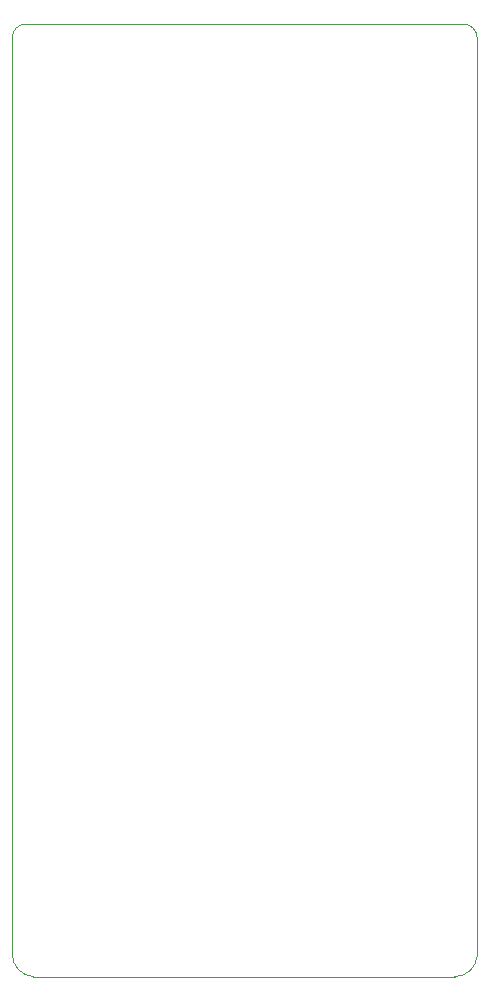
<source format=gbr>
%TF.GenerationSoftware,KiCad,Pcbnew,6.0.0*%
%TF.CreationDate,2022-01-29T03:06:04+03:00*%
%TF.ProjectId,pump,70756d70-2e6b-4696-9361-645f70636258,rev?*%
%TF.SameCoordinates,Original*%
%TF.FileFunction,Profile,NP*%
%FSLAX46Y46*%
G04 Gerber Fmt 4.6, Leading zero omitted, Abs format (unit mm)*
G04 Created by KiCad (PCBNEW 6.0.0) date 2022-01-29 03:06:04*
%MOMM*%
%LPD*%
G01*
G04 APERTURE LIST*
%TA.AperFunction,Profile*%
%ADD10C,0.100000*%
%TD*%
G04 APERTURE END LIST*
D10*
X131445000Y-32939223D02*
G75*
G03*
X130302000Y-31750000I-1190158J0D01*
G01*
X93218000Y-31750000D02*
G75*
G03*
X92075000Y-32893000I0J-1143000D01*
G01*
X92075000Y-110502764D02*
G75*
G03*
X93853000Y-112395000I1895906J0D01*
G01*
X129552764Y-112395000D02*
G75*
G03*
X131445000Y-110617000I0J1895906D01*
G01*
X92075000Y-110502764D02*
X92075000Y-32893000D01*
X129552764Y-112395000D02*
X93846759Y-112395000D01*
X131445000Y-32939223D02*
X131445000Y-110617000D01*
X93218000Y-31750000D02*
X130302000Y-31750000D01*
M02*

</source>
